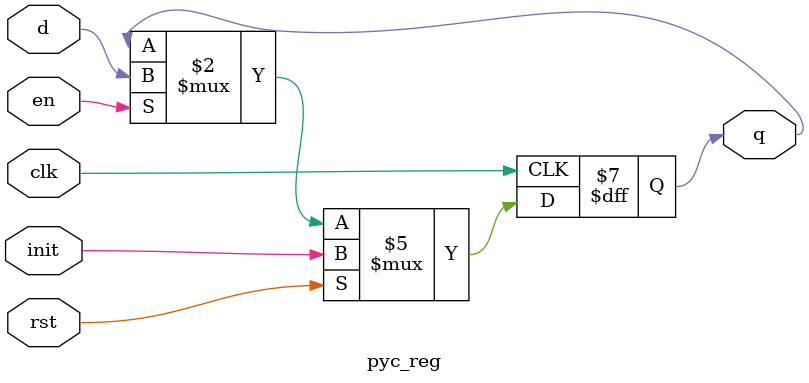
<source format=v>
module pyc_reg #(
  parameter WIDTH = 1
) (
  input             clk,
  input             rst,
  input             en,
  input  [WIDTH-1:0] d,
  input  [WIDTH-1:0] init,
  output reg [WIDTH-1:0] q
);
  always @(posedge clk) begin
    if (rst)
      q <= init;
    else if (en)
      q <= d;
  end
endmodule

</source>
